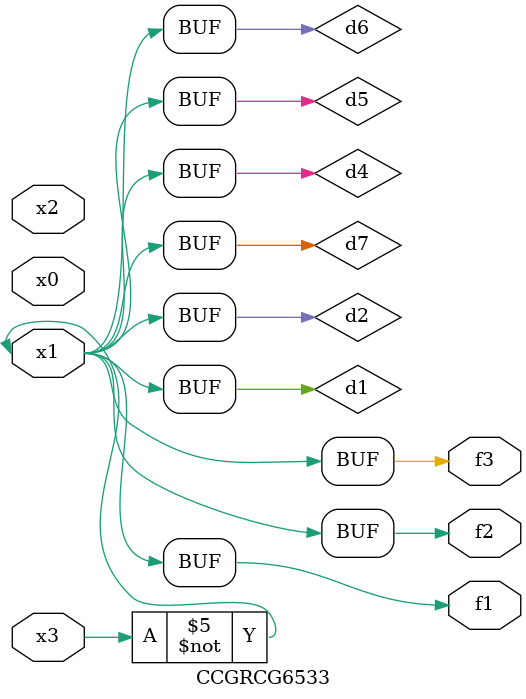
<source format=v>
module CCGRCG6533(
	input x0, x1, x2, x3,
	output f1, f2, f3
);

	wire d1, d2, d3, d4, d5, d6, d7;

	not (d1, x3);
	buf (d2, x1);
	xnor (d3, d1, d2);
	nor (d4, d1);
	buf (d5, d1, d2);
	buf (d6, d4, d5);
	nand (d7, d4);
	assign f1 = d6;
	assign f2 = d7;
	assign f3 = d6;
endmodule

</source>
